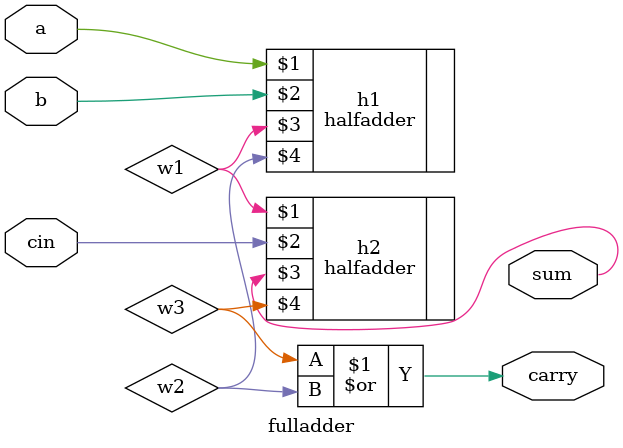
<source format=v>
module fulladder(input a,b,cin,output sum,carry);
wire w1,w2,w3;

halfadder h1(a,b,w1,w2);
halfadder h2(w1,cin,sum,w3);
or o1(carry,w3,w2);
endmodule
</source>
